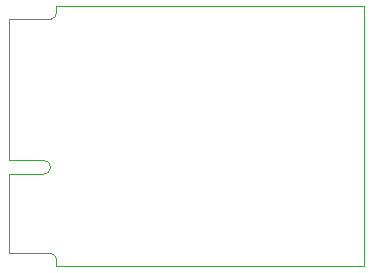
<source format=gbr>
G04 #@! TF.GenerationSoftware,KiCad,Pcbnew,5.1.4-3.fc30*
G04 #@! TF.CreationDate,2020-01-13T02:26:48-05:00*
G04 #@! TF.ProjectId,librem5-m2-breakout,6c696272-656d-4352-9d6d-322d62726561,v0.5.0*
G04 #@! TF.SameCoordinates,Original*
G04 #@! TF.FileFunction,Profile,NP*
%FSLAX46Y46*%
G04 Gerber Fmt 4.6, Leading zero omitted, Abs format (unit mm)*
G04 Created by KiCad (PCBNEW 5.1.4-3.fc30) date 2020-01-13 02:26:48*
%MOMM*%
%LPD*%
G04 APERTURE LIST*
%ADD10C,0.050000*%
G04 APERTURE END LIST*
D10*
X118850000Y-98225000D02*
X118850000Y-104925000D01*
X121750000Y-98225000D02*
G75*
G03X121750000Y-97025000I0J600000D01*
G01*
X121750000Y-98225000D02*
X118850000Y-98225000D01*
X118850000Y-97025000D02*
X121750000Y-97025000D01*
X122850000Y-105425000D02*
G75*
G03X122350000Y-104925000I-500000J0D01*
G01*
X122350000Y-85075000D02*
G75*
G03X122850000Y-84575000I0J500000D01*
G01*
X122850000Y-84575000D02*
X122850000Y-84000000D01*
X148850000Y-84000000D02*
X122850000Y-84000000D01*
X148850000Y-106000000D02*
X148850000Y-84000000D01*
X122850000Y-106000000D02*
X148850000Y-106000000D01*
X122850000Y-105425000D02*
X122850000Y-106000000D01*
X122350000Y-104925000D02*
X118850000Y-104925000D01*
X118850000Y-85075000D02*
X118850000Y-97025000D01*
X118850000Y-85075000D02*
X122350000Y-85075000D01*
M02*

</source>
